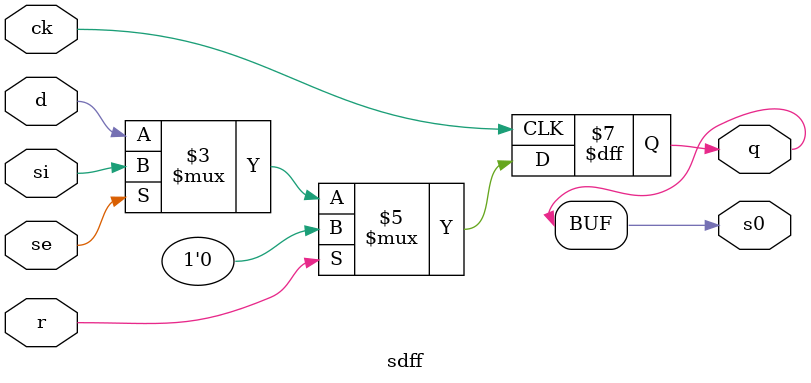
<source format=v>
module sdff(d,si,se,ck,q,s0,r);
  input d,si,se,ck,r;
  output reg q;
  output s0;
  always @(posedge ck)
    begin
      if(r==1)
        q=0;
      else
        q=(se?si:d);
    end
  assign s0=q;
endmodule



</source>
